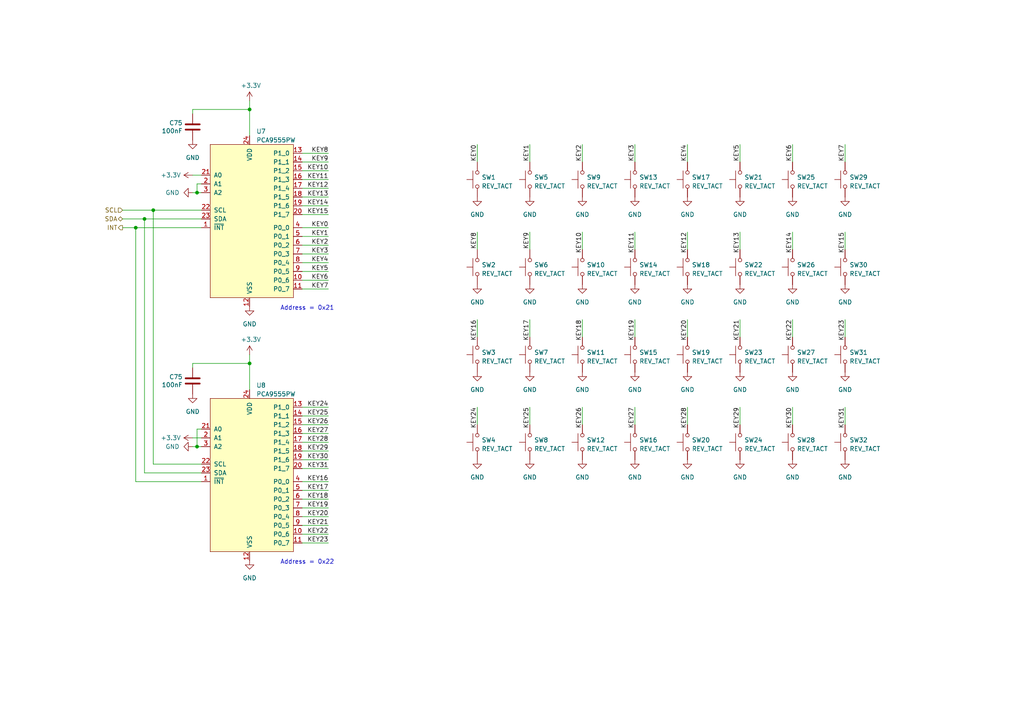
<source format=kicad_sch>
(kicad_sch (version 20230221) (generator eeschema)
  (paper "A4")
  (lib_symbols
    (symbol "Device:C" (pin_numbers hide) (pin_names (offset 0.254))
      (property "Reference" "C" (at 0.635 2.54 0))
      (property "Value" "C" (at 0.635 -2.54 0))
      (symbol "C_0_1"
        (polyline (pts (xy -2.032 -0.762) (xy 2.032 -0.762)) (stroke (width 0.508)))
        (polyline (pts (xy -2.032 0.762) (xy 2.032 0.762)) (stroke (width 0.508)))
      )
      (symbol "C_1_1"
        (pin passive line (at 0 3.81 270) (length 2.794) (name "~") (number "1"))
        (pin passive line (at 0 -3.81 90) (length 2.794) (name "~") (number "2"))
      )
    )
    (symbol "Switch:SW_MEC_5G" (pin_numbers hide) (pin_names (offset 1.016) hide)
      (property "Reference" "SW" (at 1.27 2.54 0))
      (property "Value" "SW_MEC_5G" (at 0 -1.524 0))
      (symbol "SW_MEC_5G_0_1"
        (circle (center -2.032 0) (radius 0.508))
        (polyline (pts (xy 0 1.27) (xy 0 3.048)))
        (polyline (pts (xy 2.54 1.27) (xy -2.54 1.27)))
        (circle (center 2.032 0) (radius 0.508))
        (pin passive line (at -5.08 0 0) (length 2.54) (name "A") (number "1"))
        (pin passive line (at 5.08 0 180) (length 2.54) (name "B") (number "3"))
      )
      (symbol "SW_MEC_5G_1_1"
        (pin passive line (at -5.08 0 0) (length 2.54) hide (name "A") (number "2"))
        (pin passive line (at 5.08 0 180) (length 2.54) hide (name "B") (number "4"))
      )
    )
    (symbol "j_Interface_Expansion:PCA9555" (pin_names (offset 1.016))
      (property "Reference" "U" (at 0 0 0))
      (property "Value" "PCA9555" (at 0 -3.81 0))
      (symbol "PCA9555_0_1"
        (rectangle (start 12.7 21.59) (end -11.43 -22.86) (fill (type background)))
      )
      (symbol "PCA9555_1_1"
        (pin open_collector line (at -13.97 -2.54 0) (length 2.54) (name "~{INT}") (number "1"))
        (pin bidirectional line (at 15.24 -17.78 180) (length 2.54) (name "P0_6") (number "10"))
        (pin bidirectional line (at 15.24 -20.32 180) (length 2.54) (name "P0_7") (number "11"))
        (pin power_in line (at 0 -25.4 90) (length 2.54) (name "VSS") (number "12"))
        (pin bidirectional line (at 15.24 19.05 180) (length 2.54) (name "P1_0") (number "13"))
        (pin bidirectional line (at 15.24 16.51 180) (length 2.54) (name "P1_1") (number "14"))
        (pin bidirectional line (at 15.24 13.97 180) (length 2.54) (name "P1_2") (number "15"))
        (pin bidirectional line (at 15.24 11.43 180) (length 2.54) (name "P1_3") (number "16"))
        (pin bidirectional line (at 15.24 8.89 180) (length 2.54) (name "P1_4") (number "17"))
        (pin bidirectional line (at 15.24 6.35 180) (length 2.54) (name "P1_5") (number "18"))
        (pin bidirectional line (at 15.24 3.81 180) (length 2.54) (name "P1_6") (number "19"))
        (pin input line (at -13.97 10.16 0) (length 2.54) (name "A1") (number "2"))
        (pin bidirectional line (at 15.24 1.27 180) (length 2.54) (name "P1_7") (number "20"))
        (pin input line (at -13.97 12.7 0) (length 2.54) (name "A0") (number "21"))
        (pin input line (at -13.97 2.54 0) (length 2.54) (name "SCL") (number "22"))
        (pin bidirectional line (at -13.97 0 0) (length 2.54) (name "SDA") (number "23"))
        (pin power_in line (at 0 24.13 270) (length 2.54) (name "VDD") (number "24"))
        (pin input line (at -13.97 7.62 0) (length 2.54) (name "A2") (number "3"))
        (pin bidirectional line (at 15.24 -2.54 180) (length 2.54) (name "P0_0") (number "4"))
        (pin bidirectional line (at 15.24 -5.08 180) (length 2.54) (name "P0_1") (number "5"))
        (pin bidirectional line (at 15.24 -7.62 180) (length 2.54) (name "P0_2") (number "6"))
        (pin bidirectional line (at 15.24 -10.16 180) (length 2.54) (name "P0_3") (number "7"))
        (pin bidirectional line (at 15.24 -12.7 180) (length 2.54) (name "P0_4") (number "8"))
        (pin bidirectional line (at 15.24 -15.24 180) (length 2.54) (name "P0_5") (number "9"))
      )
    )
    (symbol "power:+3.3V" (power) (pin_names (offset 0))
      (property "Value" "+3.3V" (at 0 3.556 0))
      (symbol "+3.3V_0_1"
        (polyline (pts (xy -0.762 1.27) (xy 0 2.54)))
        (polyline (pts (xy 0 0) (xy 0 2.54)))
        (polyline (pts (xy 0 2.54) (xy 0.762 1.27)))
      )
      (symbol "+3.3V_1_1"
        (pin power_in line (at 0 0 90) (length 0) hide (name "+3.3V") (number "1"))
      )
    )
    (symbol "power:GND" (power) (pin_names (offset 0))
      (property "Value" "GND" (at 0 -3.81 0))
      (symbol "GND_0_1"
        (polyline (pts (xy 0 0) (xy 0 -1.27) (xy 1.27 -1.27) (xy 0 -2.54) (xy -1.27 -1.27) (xy 0 -1.27)))
      )
      (symbol "GND_1_1"
        (pin power_in line (at 0 0 270) (length 0) hide (name "GND") (number "1"))
      )
    )
  )
  (junction (at 44.45 60.96))
  (junction (at 41.91 63.5))
  (junction (at 72.39 105.41))
  (junction (at 57.15 55.88))
  (junction (at 57.15 129.54))
  (junction (at 39.37 66.04))
  (junction (at 72.39 31.75))
  (wire (pts (xy 95.25 78.74) (xy 87.63 78.74)))
  (wire (pts (xy 184.15 67.31) (xy 184.15 72.39)))
  (wire (pts (xy 245.11 41.91) (xy 245.11 46.99)))
  (wire (pts (xy 199.39 118.11) (xy 199.39 123.19)))
  (wire (pts (xy 138.43 41.91) (xy 138.43 46.99)))
  (wire (pts (xy 57.15 124.46) (xy 58.42 124.46)))
  (wire (pts (xy 39.37 66.04) (xy 58.42 66.04)))
  (wire (pts (xy 95.25 130.81) (xy 87.63 130.81)))
  (wire (pts (xy 35.56 60.96) (xy 44.45 60.96)))
  (wire (pts (xy 39.37 66.04) (xy 39.37 139.7)))
  (wire (pts (xy 95.25 68.58) (xy 87.63 68.58)))
  (wire (pts (xy 57.15 53.34) (xy 57.15 55.88)))
  (wire (pts (xy 57.15 129.54) (xy 57.15 124.46)))
  (wire (pts (xy 199.39 41.91) (xy 199.39 46.99)))
  (wire (pts (xy 95.25 144.78) (xy 87.63 144.78)))
  (wire (pts (xy 95.25 46.99) (xy 87.63 46.99)))
  (wire (pts (xy 214.63 118.11) (xy 214.63 123.19)))
  (wire (pts (xy 199.39 67.31) (xy 199.39 72.39)))
  (wire (pts (xy 153.67 92.71) (xy 153.67 97.79)))
  (wire (pts (xy 95.25 66.04) (xy 87.63 66.04)))
  (wire (pts (xy 168.91 92.71) (xy 168.91 97.79)))
  (wire (pts (xy 95.25 139.7) (xy 87.63 139.7)))
  (wire (pts (xy 95.25 54.61) (xy 87.63 54.61)))
  (wire (pts (xy 35.56 63.5) (xy 41.91 63.5)))
  (wire (pts (xy 95.25 76.2) (xy 87.63 76.2)))
  (wire (pts (xy 95.25 154.94) (xy 87.63 154.94)))
  (wire (pts (xy 95.25 81.28) (xy 87.63 81.28)))
  (wire (pts (xy 168.91 41.91) (xy 168.91 46.99)))
  (wire (pts (xy 57.15 129.54) (xy 55.88 129.54)))
  (wire (pts (xy 44.45 60.96) (xy 44.45 134.62)))
  (wire (pts (xy 229.87 67.31) (xy 229.87 72.39)))
  (wire (pts (xy 153.67 67.31) (xy 153.67 72.39)))
  (wire (pts (xy 184.15 41.91) (xy 184.15 46.99)))
  (wire (pts (xy 55.88 105.41) (xy 72.39 105.41)))
  (wire (pts (xy 214.63 92.71) (xy 214.63 97.79)))
  (wire (pts (xy 72.39 31.75) (xy 72.39 39.37)))
  (wire (pts (xy 214.63 67.31) (xy 214.63 72.39)))
  (wire (pts (xy 95.25 120.65) (xy 87.63 120.65)))
  (wire (pts (xy 138.43 92.71) (xy 138.43 97.79)))
  (wire (pts (xy 95.25 123.19) (xy 87.63 123.19)))
  (wire (pts (xy 58.42 137.16) (xy 41.91 137.16)))
  (wire (pts (xy 168.91 67.31) (xy 168.91 72.39)))
  (wire (pts (xy 95.25 59.69) (xy 87.63 59.69)))
  (wire (pts (xy 44.45 60.96) (xy 58.42 60.96)))
  (wire (pts (xy 95.25 125.73) (xy 87.63 125.73)))
  (wire (pts (xy 35.56 66.04) (xy 39.37 66.04)))
  (wire (pts (xy 138.43 118.11) (xy 138.43 123.19)))
  (wire (pts (xy 95.25 44.45) (xy 87.63 44.45)))
  (wire (pts (xy 95.25 52.07) (xy 87.63 52.07)))
  (wire (pts (xy 95.25 118.11) (xy 87.63 118.11)))
  (wire (pts (xy 138.43 67.31) (xy 138.43 72.39)))
  (wire (pts (xy 95.25 73.66) (xy 87.63 73.66)))
  (wire (pts (xy 55.88 55.88) (xy 57.15 55.88)))
  (wire (pts (xy 95.25 83.82) (xy 87.63 83.82)))
  (wire (pts (xy 72.39 105.41) (xy 72.39 113.03)))
  (wire (pts (xy 214.63 41.91) (xy 214.63 46.99)))
  (wire (pts (xy 184.15 92.71) (xy 184.15 97.79)))
  (wire (pts (xy 55.88 105.41) (xy 55.88 106.68)))
  (wire (pts (xy 95.25 157.48) (xy 87.63 157.48)))
  (wire (pts (xy 58.42 139.7) (xy 39.37 139.7)))
  (wire (pts (xy 55.88 127) (xy 58.42 127)))
  (wire (pts (xy 58.42 129.54) (xy 57.15 129.54)))
  (wire (pts (xy 95.25 142.24) (xy 87.63 142.24)))
  (wire (pts (xy 41.91 63.5) (xy 41.91 137.16)))
  (wire (pts (xy 184.15 118.11) (xy 184.15 123.19)))
  (wire (pts (xy 95.25 71.12) (xy 87.63 71.12)))
  (wire (pts (xy 95.25 149.86) (xy 87.63 149.86)))
  (wire (pts (xy 153.67 118.11) (xy 153.67 123.19)))
  (wire (pts (xy 95.25 49.53) (xy 87.63 49.53)))
  (wire (pts (xy 229.87 92.71) (xy 229.87 97.79)))
  (wire (pts (xy 245.11 118.11) (xy 245.11 123.19)))
  (wire (pts (xy 55.88 31.75) (xy 55.88 33.02)))
  (wire (pts (xy 72.39 29.21) (xy 72.39 31.75)))
  (wire (pts (xy 199.39 92.71) (xy 199.39 97.79)))
  (wire (pts (xy 95.25 133.35) (xy 87.63 133.35)))
  (wire (pts (xy 95.25 57.15) (xy 87.63 57.15)))
  (wire (pts (xy 229.87 118.11) (xy 229.87 123.19)))
  (wire (pts (xy 168.91 118.11) (xy 168.91 123.19)))
  (wire (pts (xy 72.39 102.87) (xy 72.39 105.41)))
  (wire (pts (xy 245.11 67.31) (xy 245.11 72.39)))
  (wire (pts (xy 95.25 62.23) (xy 87.63 62.23)))
  (wire (pts (xy 153.67 41.91) (xy 153.67 46.99)))
  (wire (pts (xy 58.42 53.34) (xy 57.15 53.34)))
  (wire (pts (xy 41.91 63.5) (xy 58.42 63.5)))
  (wire (pts (xy 44.45 134.62) (xy 58.42 134.62)))
  (wire (pts (xy 95.25 147.32) (xy 87.63 147.32)))
  (wire (pts (xy 55.88 50.8) (xy 58.42 50.8)))
  (wire (pts (xy 245.11 92.71) (xy 245.11 97.79)))
  (wire (pts (xy 95.25 152.4) (xy 87.63 152.4)))
  (wire (pts (xy 95.25 135.89) (xy 87.63 135.89)))
  (wire (pts (xy 95.25 128.27) (xy 87.63 128.27)))
  (wire (pts (xy 57.15 55.88) (xy 58.42 55.88)))
  (wire (pts (xy 229.87 41.91) (xy 229.87 46.99)))
  (wire (pts (xy 55.88 31.75) (xy 72.39 31.75)))
  (text "Address = 0x21" (at 81.28 90.17 0) (effects (font (size 1.27 1.27)) (justify left bottom)))
  (text "Address = 0x22" (at 81.28 163.83 0) (effects (font (size 1.27 1.27)) (justify left bottom)))
  (label "KEY15" (at 95.25 62.23 180))
  (label "KEY7" (at 245.11 41.91 270))
  (label "KEY9" (at 95.25 46.99 180))
  (label "KEY21" (at 95.25 152.4 180))
  (label "KEY8" (at 95.25 44.45 180))
  (label "KEY14" (at 95.25 59.69 180))
  (label "KEY30" (at 229.87 118.11 270))
  (label "KEY15" (at 245.11 67.31 270))
  (label "KEY13" (at 214.63 67.31 270))
  (label "KEY25" (at 153.67 118.11 270))
  (label "KEY5" (at 214.63 41.91 270))
  (label "KEY27" (at 184.15 118.11 270))
  (label "KEY11" (at 184.15 67.31 270))
  (label "KEY21" (at 214.63 92.71 270))
  (label "KEY29" (at 95.25 130.81 180))
  (label "KEY2" (at 95.25 71.12 180))
  (label "KEY14" (at 229.87 67.31 270))
  (label "KEY4" (at 95.25 76.2 180))
  (label "KEY28" (at 95.25 128.27 180))
  (label "KEY31" (at 245.11 118.11 270))
  (label "KEY10" (at 95.25 49.53 180))
  (label "KEY3" (at 184.15 41.91 270))
  (label "KEY19" (at 95.25 147.32 180))
  (label "KEY7" (at 95.25 83.82 180))
  (label "KEY12" (at 95.25 54.61 180))
  (label "KEY1" (at 153.67 41.91 270))
  (label "KEY27" (at 95.25 125.73 180))
  (label "KEY10" (at 168.91 67.31 270))
  (label "KEY12" (at 199.39 67.31 270))
  (label "KEY2" (at 168.91 41.91 270))
  (label "KEY17" (at 95.25 142.24 180))
  (label "KEY24" (at 138.43 118.11 270))
  (label "KEY19" (at 184.15 92.71 270))
  (label "KEY6" (at 95.25 81.28 180))
  (label "KEY17" (at 153.67 92.71 270))
  (label "KEY16" (at 95.25 139.7 180))
  (label "KEY8" (at 138.43 67.31 270))
  (label "KEY16" (at 138.43 92.71 270))
  (label "KEY9" (at 153.67 67.31 270))
  (label "KEY11" (at 95.25 52.07 180))
  (label "KEY31" (at 95.25 135.89 180))
  (label "KEY26" (at 168.91 118.11 270))
  (label "KEY6" (at 229.87 41.91 270))
  (label "KEY29" (at 214.63 118.11 270))
  (label "KEY5" (at 95.25 78.74 180))
  (label "KEY28" (at 199.39 118.11 270))
  (label "KEY18" (at 95.25 144.78 180))
  (label "KEY20" (at 95.25 149.86 180))
  (label "KEY24" (at 95.25 118.11 180))
  (label "KEY30" (at 95.25 133.35 180))
  (label "KEY25" (at 95.25 120.65 180))
  (label "KEY1" (at 95.25 68.58 180))
  (label "KEY0" (at 95.25 66.04 180))
  (label "KEY18" (at 168.91 92.71 270))
  (label "KEY13" (at 95.25 57.15 180))
  (label "KEY22" (at 229.87 92.71 270))
  (label "KEY26" (at 95.25 123.19 180))
  (label "KEY23" (at 95.25 157.48 180))
  (label "KEY4" (at 199.39 41.91 270))
  (label "KEY20" (at 199.39 92.71 270))
  (label "KEY22" (at 95.25 154.94 180))
  (label "KEY0" (at 138.43 41.91 270))
  (label "KEY3" (at 95.25 73.66 180))
  (label "KEY23" (at 245.11 92.71 270))
  (hierarchical_label "SCL" (shape input) (at 35.56 60.96 180))
  (hierarchical_label "SDA" (shape bidirectional) (at 35.56 63.5 180))
  (hierarchical_label "INT" (shape output) (at 35.56 66.04 180))
  (symbol (lib_id "power:GND") (at 168.91 133.35 0) (unit 1)
    (property "Reference" "#PWR0111" (effects hide))
    (property "Value" "GND" (at 168.91 138.43 0))
  )
  (symbol (lib_id "Device:C") (at 55.88 110.49 0) (mirror y) (unit 1)
    (property "Reference" "C75" (at 52.959 109.3216 0) (effects (justify left)))
    (property "Value" "100nF" (at 52.959 111.633 0) (effects (justify left)))
    (property "Footprint" "Capacitor_SMD:C_0402_1005Metric" (effects hide))
    (instances (project "tr23-badge-r1" (path "" (reference "C75") (unit 1)) (path "" (reference "C40") (unit 1))))
  )
  (symbol (lib_id "Switch:SW_MEC_5G") (at 245.11 77.47 90) (unit 1)
    (property "Reference" "SW30" (at 246.38 76.835 90) (effects (justify right)))
    (property "Value" "REV_TACT" (at 246.38 79.375 90) (effects (justify right)))
    (property "Datasheet" "http://www.apem.com/int/index.php?controller=attachment&id_attachment=488" (effects hide))
  )
  (symbol (lib_id "power:GND") (at 214.63 107.95 0) (unit 1)
    (property "Reference" "#PWR0122" (effects hide))
    (property "Value" "GND" (at 214.63 113.03 0))
  )
  (symbol (lib_id "power:GND") (at 245.11 57.15 0) (unit 1)
    (property "Reference" "#PWR0128" (effects hide))
    (property "Value" "GND" (at 245.11 62.23 0))
  )
  (symbol (lib_id "power:GND") (at 55.88 55.88 270) (unit 1)
    (property "Reference" "#PWR092" (effects hide))
    (property "Value" "GND" (at 52.07 55.88 90) (effects (justify right)))
  )
  (symbol (lib_id "Switch:SW_MEC_5G") (at 168.91 128.27 90) (unit 1)
    (property "Reference" "SW12" (at 170.18 127.635 90) (effects (justify right)))
    (property "Value" "REV_TACT" (at 170.18 130.175 90) (effects (justify right)))
    (property "Datasheet" "http://www.apem.com/int/index.php?controller=attachment&id_attachment=488" (effects hide))
  )
  (symbol (lib_id "Switch:SW_MEC_5G") (at 199.39 128.27 90) (unit 1)
    (property "Reference" "SW20" (at 200.66 127.635 90) (effects (justify right)))
    (property "Value" "REV_TACT" (at 200.66 130.175 90) (effects (justify right)))
    (property "Datasheet" "http://www.apem.com/int/index.php?controller=attachment&id_attachment=488" (effects hide))
  )
  (symbol (lib_id "power:GND") (at 168.91 82.55 0) (unit 1)
    (property "Reference" "#PWR0109" (effects hide))
    (property "Value" "GND" (at 168.91 87.63 0))
  )
  (symbol (lib_id "power:GND") (at 153.67 133.35 0) (unit 1)
    (property "Reference" "#PWR0107" (effects hide))
    (property "Value" "GND" (at 153.67 138.43 0))
  )
  (symbol (lib_id "power:GND") (at 55.88 129.54 270) (unit 1)
    (property "Reference" "#PWR095" (effects hide))
    (property "Value" "GND" (at 52.07 129.54 90) (effects (justify right)))
  )
  (symbol (lib_id "power:GND") (at 184.15 133.35 0) (unit 1)
    (property "Reference" "#PWR0115" (effects hide))
    (property "Value" "GND" (at 184.15 138.43 0))
  )
  (symbol (lib_id "power:GND") (at 138.43 57.15 0) (unit 1)
    (property "Reference" "#PWR0100" (effects hide))
    (property "Value" "GND" (at 138.43 62.23 0))
  )
  (symbol (lib_id "power:GND") (at 245.11 133.35 0) (unit 1)
    (property "Reference" "#PWR0131" (effects hide))
    (property "Value" "GND" (at 245.11 138.43 0))
  )
  (symbol (lib_id "power:GND") (at 153.67 107.95 0) (unit 1)
    (property "Reference" "#PWR0106" (effects hide))
    (property "Value" "GND" (at 153.67 113.03 0))
  )
  (symbol (lib_id "Switch:SW_MEC_5G") (at 138.43 102.87 90) (unit 1)
    (property "Reference" "SW3" (at 139.7 102.235 90) (effects (justify right)))
    (property "Value" "REV_TACT" (at 139.7 104.775 90) (effects (justify right)))
    (property "Datasheet" "http://www.apem.com/int/index.php?controller=attachment&id_attachment=488" (effects hide))
  )
  (symbol (lib_id "j_Interface_Expansion:PCA9555") (at 72.39 137.16 0) (unit 1)
    (property "Reference" "U8" (at 74.3459 111.76 0) (effects (justify left)))
    (property "Value" "PCA9555PW" (at 74.3459 114.3 0) (effects (justify left)))
    (property "MPN" "PCA9555PW" (effects hide))
    (property "LCSC" "C128392" (effects hide))
    (property "Manufacturer" "Texas Instruments" (effects hide))
  )
  (symbol (lib_id "j_Interface_Expansion:PCA9555") (at 72.39 63.5 0) (unit 1)
    (property "Reference" "U7" (at 74.3459 38.1 0) (effects (justify left)))
    (property "Value" "PCA9555PW" (at 74.3459 40.64 0) (effects (justify left)))
    (property "Footprint" "jeffmakes_footprints:SW_JS1400BFQ-arrows" (effects hide))
    (property "MPN" "PCA9555PW" (effects hide))
    (property "LCSC" "C128392" (effects hide))
    (property "Manufacturer" "Texas Instruments" (effects hide))
  )
  (symbol (lib_id "Switch:SW_MEC_5G") (at 229.87 102.87 90) (unit 1)
    (property "Reference" "SW27" (at 231.14 102.235 90) (effects (justify right)))
    (property "Value" "REV_TACT" (at 231.14 104.775 90) (effects (justify right)))
    (property "Datasheet" "http://www.apem.com/int/index.php?controller=attachment&id_attachment=488" (effects hide))
  )
  (symbol (lib_id "Switch:SW_MEC_5G") (at 245.11 128.27 90) (unit 1)
    (property "Reference" "SW32" (at 246.38 127.635 90) (effects (justify right)))
    (property "Value" "REV_TACT" (at 246.38 130.175 90) (effects (justify right)))
    (property "Datasheet" "http://www.apem.com/int/index.php?controller=attachment&id_attachment=488" (effects hide))
  )
  (symbol (lib_id "power:GND") (at 199.39 57.15 0) (unit 1)
    (property "Reference" "#PWR0116" (effects hide))
    (property "Value" "GND" (at 199.39 62.23 0))
  )
  (symbol (lib_id "power:+3.3V") (at 72.39 29.21 0) (unit 1)
    (property "Reference" "#PWR038" (effects hide))
    (property "Value" "+3.3V" (at 72.771 24.8158 0))
    (instances (project "tr23-badge-r1" (path "" (reference "#PWR038") (unit 1)) (path "" (reference "#PWR096") (unit 1))))
  )
  (symbol (lib_id "power:GND") (at 184.15 107.95 0) (unit 1)
    (property "Reference" "#PWR0114" (effects hide))
    (property "Value" "GND" (at 184.15 113.03 0))
  )
  (symbol (lib_id "Switch:SW_MEC_5G") (at 184.15 77.47 90) (unit 1)
    (property "Reference" "SW14" (at 185.42 76.835 90) (effects (justify right)))
    (property "Value" "REV_TACT" (at 185.42 79.375 90) (effects (justify right)))
    (property "Datasheet" "http://www.apem.com/int/index.php?controller=attachment&id_attachment=488" (effects hide))
  )
  (symbol (lib_id "power:GND") (at 138.43 107.95 0) (unit 1)
    (property "Reference" "#PWR0102" (effects hide))
    (property "Value" "GND" (at 138.43 113.03 0))
  )
  (symbol (lib_id "Switch:SW_MEC_5G") (at 184.15 52.07 90) (unit 1)
    (property "Reference" "SW13" (at 185.42 51.435 90) (effects (justify right)))
    (property "Value" "REV_TACT" (at 185.42 53.975 90) (effects (justify right)))
    (property "Datasheet" "http://www.apem.com/int/index.php?controller=attachment&id_attachment=488" (effects hide))
  )
  (symbol (lib_id "power:GND") (at 214.63 82.55 0) (unit 1)
    (property "Reference" "#PWR0121" (effects hide))
    (property "Value" "GND" (at 214.63 87.63 0))
  )
  (symbol (lib_id "Switch:SW_MEC_5G") (at 214.63 102.87 90) (unit 1)
    (property "Reference" "SW23" (at 215.9 102.235 90) (effects (justify right)))
    (property "Value" "REV_TACT" (at 215.9 104.775 90) (effects (justify right)))
    (property "Datasheet" "http://www.apem.com/int/index.php?controller=attachment&id_attachment=488" (effects hide))
  )
  (symbol (lib_id "Switch:SW_MEC_5G") (at 214.63 77.47 90) (unit 1)
    (property "Reference" "SW22" (at 215.9 76.835 90) (effects (justify right)))
    (property "Value" "REV_TACT" (at 215.9 79.375 90) (effects (justify right)))
    (property "Datasheet" "http://www.apem.com/int/index.php?controller=attachment&id_attachment=488" (effects hide))
  )
  (symbol (lib_id "power:+3.3V") (at 55.88 50.8 90) (unit 1)
    (property "Reference" "#PWR038" (effects hide))
    (property "Value" "+3.3V" (at 49.53 50.8 90))
    (instances (project "tr23-badge-r1" (path "" (reference "#PWR038") (unit 1)) (path "" (reference "#PWR091") (unit 1))))
  )
  (symbol (lib_id "Switch:SW_MEC_5G") (at 184.15 102.87 90) (unit 1)
    (property "Reference" "SW15" (at 185.42 102.235 90) (effects (justify right)))
    (property "Value" "REV_TACT" (at 185.42 104.775 90) (effects (justify right)))
    (property "Datasheet" "http://www.apem.com/int/index.php?controller=attachment&id_attachment=488" (effects hide))
  )
  (symbol (lib_id "power:GND") (at 153.67 57.15 0) (unit 1)
    (property "Reference" "#PWR0104" (effects hide))
    (property "Value" "GND" (at 153.67 62.23 0))
  )
  (symbol (lib_id "Device:C") (at 55.88 36.83 0) (mirror y) (unit 1)
    (property "Reference" "C75" (at 52.959 35.6616 0) (effects (justify left)))
    (property "Value" "100nF" (at 52.959 37.973 0) (effects (justify left)))
    (property "Footprint" "Capacitor_SMD:C_0402_1005Metric" (effects hide))
    (instances (project "tr23-badge-r1" (path "" (reference "C75") (unit 1)) (path "" (reference "C39") (unit 1))))
  )
  (symbol (lib_id "Switch:SW_MEC_5G") (at 245.11 52.07 90) (unit 1)
    (property "Reference" "SW29" (at 246.38 51.435 90) (effects (justify right)))
    (property "Value" "REV_TACT" (at 246.38 53.975 90) (effects (justify right)))
    (property "Datasheet" "http://www.apem.com/int/index.php?controller=attachment&id_attachment=488" (effects hide))
  )
  (symbol (lib_id "power:GND") (at 55.88 114.3 0) (unit 1)
    (property "Reference" "#PWR093" (effects hide))
    (property "Value" "GND" (at 55.88 119.38 0))
  )
  (symbol (lib_id "Switch:SW_MEC_5G") (at 153.67 77.47 90) (unit 1)
    (property "Reference" "SW6" (at 154.94 76.835 90) (effects (justify right)))
    (property "Value" "REV_TACT" (at 154.94 79.375 90) (effects (justify right)))
    (property "Datasheet" "http://www.apem.com/int/index.php?controller=attachment&id_attachment=488" (effects hide))
  )
  (symbol (lib_id "power:GND") (at 229.87 57.15 0) (unit 1)
    (property "Reference" "#PWR0124" (effects hide))
    (property "Value" "GND" (at 229.87 62.23 0))
  )
  (symbol (lib_id "power:GND") (at 72.39 162.56 0) (unit 1)
    (property "Reference" "#PWR099" (effects hide))
    (property "Value" "GND" (at 72.39 167.64 0))
  )
  (symbol (lib_id "Switch:SW_MEC_5G") (at 245.11 102.87 90) (unit 1)
    (property "Reference" "SW31" (at 246.38 102.235 90) (effects (justify right)))
    (property "Value" "REV_TACT" (at 246.38 104.775 90) (effects (justify right)))
    (property "Datasheet" "http://www.apem.com/int/index.php?controller=attachment&id_attachment=488" (effects hide))
  )
  (symbol (lib_id "Switch:SW_MEC_5G") (at 214.63 128.27 90) (unit 1)
    (property "Reference" "SW24" (at 215.9 127.635 90) (effects (justify right)))
    (property "Value" "REV_TACT" (at 215.9 130.175 90) (effects (justify right)))
    (property "Datasheet" "http://www.apem.com/int/index.php?controller=attachment&id_attachment=488" (effects hide))
  )
  (symbol (lib_id "Switch:SW_MEC_5G") (at 138.43 77.47 90) (unit 1)
    (property "Reference" "SW2" (at 139.7 76.835 90) (effects (justify right)))
    (property "Value" "REV_TACT" (at 139.7 79.375 90) (effects (justify right)))
    (property "Datasheet" "http://www.apem.com/int/index.php?controller=attachment&id_attachment=488" (effects hide))
  )
  (symbol (lib_id "Switch:SW_MEC_5G") (at 229.87 77.47 90) (unit 1)
    (property "Reference" "SW26" (at 231.14 76.835 90) (effects (justify right)))
    (property "Value" "REV_TACT" (at 231.14 79.375 90) (effects (justify right)))
    (property "Datasheet" "http://www.apem.com/int/index.php?controller=attachment&id_attachment=488" (effects hide))
  )
  (symbol (lib_id "power:GND") (at 199.39 82.55 0) (unit 1)
    (property "Reference" "#PWR0117" (effects hide))
    (property "Value" "GND" (at 199.39 87.63 0))
  )
  (symbol (lib_id "power:GND") (at 168.91 57.15 0) (unit 1)
    (property "Reference" "#PWR0108" (effects hide))
    (property "Value" "GND" (at 168.91 62.23 0))
  )
  (symbol (lib_id "Switch:SW_MEC_5G") (at 153.67 52.07 90) (unit 1)
    (property "Reference" "SW5" (at 154.94 51.435 90) (effects (justify right)))
    (property "Value" "REV_TACT" (at 154.94 53.975 90) (effects (justify right)))
    (property "Datasheet" "http://www.apem.com/int/index.php?controller=attachment&id_attachment=488" (effects hide))
  )
  (symbol (lib_id "Switch:SW_MEC_5G") (at 138.43 52.07 90) (unit 1)
    (property "Reference" "SW1" (at 139.7 51.435 90) (effects (justify right)))
    (property "Value" "REV_TACT" (at 139.7 53.975 90) (effects (justify right)))
    (property "Footprint" "jeffmakes_footprints:microSD_HC_Sofng_TF-15" (effects hide))
    (property "Datasheet" "http://www.apem.com/int/index.php?controller=attachment&id_attachment=488" (effects hide))
  )
  (symbol (lib_id "power:GND") (at 214.63 133.35 0) (unit 1)
    (property "Reference" "#PWR0123" (effects hide))
    (property "Value" "GND" (at 214.63 138.43 0))
  )
  (symbol (lib_id "Switch:SW_MEC_5G") (at 168.91 77.47 90) (unit 1)
    (property "Reference" "SW10" (at 170.18 76.835 90) (effects (justify right)))
    (property "Value" "REV_TACT" (at 170.18 79.375 90) (effects (justify right)))
    (property "Datasheet" "http://www.apem.com/int/index.php?controller=attachment&id_attachment=488" (effects hide))
  )
  (symbol (lib_id "power:GND") (at 184.15 82.55 0) (unit 1)
    (property "Reference" "#PWR0113" (effects hide))
    (property "Value" "GND" (at 184.15 87.63 0))
  )
  (symbol (lib_id "power:GND") (at 214.63 57.15 0) (unit 1)
    (property "Reference" "#PWR0120" (effects hide))
    (property "Value" "GND" (at 214.63 62.23 0))
  )
  (symbol (lib_id "power:GND") (at 184.15 57.15 0) (unit 1)
    (property "Reference" "#PWR0112" (effects hide))
    (property "Value" "GND" (at 184.15 62.23 0))
  )
  (symbol (lib_id "power:GND") (at 229.87 82.55 0) (unit 1)
    (property "Reference" "#PWR0125" (effects hide))
    (property "Value" "GND" (at 229.87 87.63 0))
  )
  (symbol (lib_id "power:GND") (at 168.91 107.95 0) (unit 1)
    (property "Reference" "#PWR0110" (effects hide))
    (property "Value" "GND" (at 168.91 113.03 0))
  )
  (symbol (lib_id "Switch:SW_MEC_5G") (at 229.87 128.27 90) (unit 1)
    (property "Reference" "SW28" (at 231.14 127.635 90) (effects (justify right)))
    (property "Value" "REV_TACT" (at 231.14 130.175 90) (effects (justify right)))
    (property "Datasheet" "http://www.apem.com/int/index.php?controller=attachment&id_attachment=488" (effects hide))
  )
  (symbol (lib_id "Switch:SW_MEC_5G") (at 184.15 128.27 90) (unit 1)
    (property "Reference" "SW16" (at 185.42 127.635 90) (effects (justify right)))
    (property "Value" "REV_TACT" (at 185.42 130.175 90) (effects (justify right)))
    (property "Datasheet" "http://www.apem.com/int/index.php?controller=attachment&id_attachment=488" (effects hide))
  )
  (symbol (lib_id "Switch:SW_MEC_5G") (at 168.91 102.87 90) (unit 1)
    (property "Reference" "SW11" (at 170.18 102.235 90) (effects (justify right)))
    (property "Value" "REV_TACT" (at 170.18 104.775 90) (effects (justify right)))
    (property "Datasheet" "http://www.apem.com/int/index.php?controller=attachment&id_attachment=488" (effects hide))
  )
  (symbol (lib_id "power:+3.3V") (at 72.39 102.87 0) (unit 1)
    (property "Reference" "#PWR038" (effects hide))
    (property "Value" "+3.3V" (at 72.771 98.4758 0))
    (instances (project "tr23-badge-r1" (path "" (reference "#PWR038") (unit 1)) (path "" (reference "#PWR098") (unit 1))))
  )
  (symbol (lib_id "power:GND") (at 55.88 40.64 0) (unit 1)
    (property "Reference" "#PWR090" (effects hide))
    (property "Value" "GND" (at 55.88 45.72 0))
  )
  (symbol (lib_id "power:GND") (at 138.43 133.35 0) (unit 1)
    (property "Reference" "#PWR0103" (effects hide))
    (property "Value" "GND" (at 138.43 138.43 0))
  )
  (symbol (lib_id "Switch:SW_MEC_5G") (at 138.43 128.27 90) (unit 1)
    (property "Reference" "SW4" (at 139.7 127.635 90) (effects (justify right)))
    (property "Value" "REV_TACT" (at 139.7 130.175 90) (effects (justify right)))
    (property "Datasheet" "http://www.apem.com/int/index.php?controller=attachment&id_attachment=488" (effects hide))
  )
  (symbol (lib_id "Switch:SW_MEC_5G") (at 214.63 52.07 90) (unit 1)
    (property "Reference" "SW21" (at 215.9 51.435 90) (effects (justify right)))
    (property "Value" "REV_TACT" (at 215.9 53.975 90) (effects (justify right)))
    (property "Datasheet" "http://www.apem.com/int/index.php?controller=attachment&id_attachment=488" (effects hide))
  )
  (symbol (lib_id "power:GND") (at 245.11 82.55 0) (unit 1)
    (property "Reference" "#PWR0129" (effects hide))
    (property "Value" "GND" (at 245.11 87.63 0))
  )
  (symbol (lib_id "power:GND") (at 72.39 88.9 0) (unit 1)
    (property "Reference" "#PWR097" (effects hide))
    (property "Value" "GND" (at 72.39 93.98 0))
  )
  (symbol (lib_id "Switch:SW_MEC_5G") (at 153.67 102.87 90) (unit 1)
    (property "Reference" "SW7" (at 154.94 102.235 90) (effects (justify right)))
    (property "Value" "REV_TACT" (at 154.94 104.775 90) (effects (justify right)))
    (property "Datasheet" "http://www.apem.com/int/index.php?controller=attachment&id_attachment=488" (effects hide))
  )
  (symbol (lib_id "Switch:SW_MEC_5G") (at 199.39 52.07 90) (unit 1)
    (property "Reference" "SW17" (at 200.66 51.435 90) (effects (justify right)))
    (property "Value" "REV_TACT" (at 200.66 53.975 90) (effects (justify right)))
    (property "Datasheet" "http://www.apem.com/int/index.php?controller=attachment&id_attachment=488" (effects hide))
  )
  (symbol (lib_id "power:+3.3V") (at 55.88 127 90) (unit 1)
    (property "Reference" "#PWR038" (effects hide))
    (property "Value" "+3.3V" (at 49.53 127 90))
    (instances (project "tr23-badge-r1" (path "" (reference "#PWR038") (unit 1)) (path "" (reference "#PWR094") (unit 1))))
  )
  (symbol (lib_id "Switch:SW_MEC_5G") (at 153.67 128.27 90) (unit 1)
    (property "Reference" "SW8" (at 154.94 127.635 90) (effects (justify right)))
    (property "Value" "REV_TACT" (at 154.94 130.175 90) (effects (justify right)))
    (property "Datasheet" "http://www.apem.com/int/index.php?controller=attachment&id_attachment=488" (effects hide))
  )
  (symbol (lib_id "power:GND") (at 199.39 133.35 0) (unit 1)
    (property "Reference" "#PWR0119" (effects hide))
    (property "Value" "GND" (at 199.39 138.43 0))
  )
  (symbol (lib_id "power:GND") (at 138.43 82.55 0) (unit 1)
    (property "Reference" "#PWR0101" (effects hide))
    (property "Value" "GND" (at 138.43 87.63 0))
  )
  (symbol (lib_id "power:GND") (at 199.39 107.95 0) (unit 1)
    (property "Reference" "#PWR0118" (effects hide))
    (property "Value" "GND" (at 199.39 113.03 0))
  )
  (symbol (lib_id "Switch:SW_MEC_5G") (at 229.87 52.07 90) (unit 1)
    (property "Reference" "SW25" (at 231.14 51.435 90) (effects (justify right)))
    (property "Value" "REV_TACT" (at 231.14 53.975 90) (effects (justify right)))
    (property "Datasheet" "http://www.apem.com/int/index.php?controller=attachment&id_attachment=488" (effects hide))
  )
  (symbol (lib_id "Switch:SW_MEC_5G") (at 199.39 77.47 90) (unit 1)
    (property "Reference" "SW18" (at 200.66 76.835 90) (effects (justify right)))
    (property "Value" "REV_TACT" (at 200.66 79.375 90) (effects (justify right)))
    (property "Datasheet" "http://www.apem.com/int/index.php?controller=attachment&id_attachment=488" (effects hide))
  )
  (symbol (lib_id "Switch:SW_MEC_5G") (at 168.91 52.07 90) (unit 1)
    (property "Reference" "SW9" (at 170.18 51.435 90) (effects (justify right)))
    (property "Value" "REV_TACT" (at 170.18 53.975 90) (effects (justify right)))
    (property "Datasheet" "http://www.apem.com/int/index.php?controller=attachment&id_attachment=488" (effects hide))
  )
  (symbol (lib_id "power:GND") (at 153.67 82.55 0) (unit 1)
    (property "Reference" "#PWR0105" (effects hide))
    (property "Value" "GND" (at 153.67 87.63 0))
  )
  (symbol (lib_id "power:GND") (at 229.87 133.35 0) (unit 1)
    (property "Reference" "#PWR0127" (effects hide))
    (property "Value" "GND" (at 229.87 138.43 0))
  )
  (symbol (lib_id "power:GND") (at 245.11 107.95 0) (unit 1)
    (property "Reference" "#PWR0130" (effects hide))
    (property "Value" "GND" (at 245.11 113.03 0))
  )
  (symbol (lib_id "power:GND") (at 229.87 107.95 0) (unit 1)
    (property "Reference" "#PWR0126" (effects hide))
    (property "Value" "GND" (at 229.87 113.03 0))
  )
  (symbol (lib_id "Switch:SW_MEC_5G") (at 199.39 102.87 90) (unit 1)
    (property "Reference" "SW19" (at 200.66 102.235 90) (effects (justify right)))
    (property "Value" "REV_TACT" (at 200.66 104.775 90) (effects (justify right)))
    (property "Datasheet" "http://www.apem.com/int/index.php?controller=attachment&id_attachment=488" (effects hide))
  )
)
</source>
